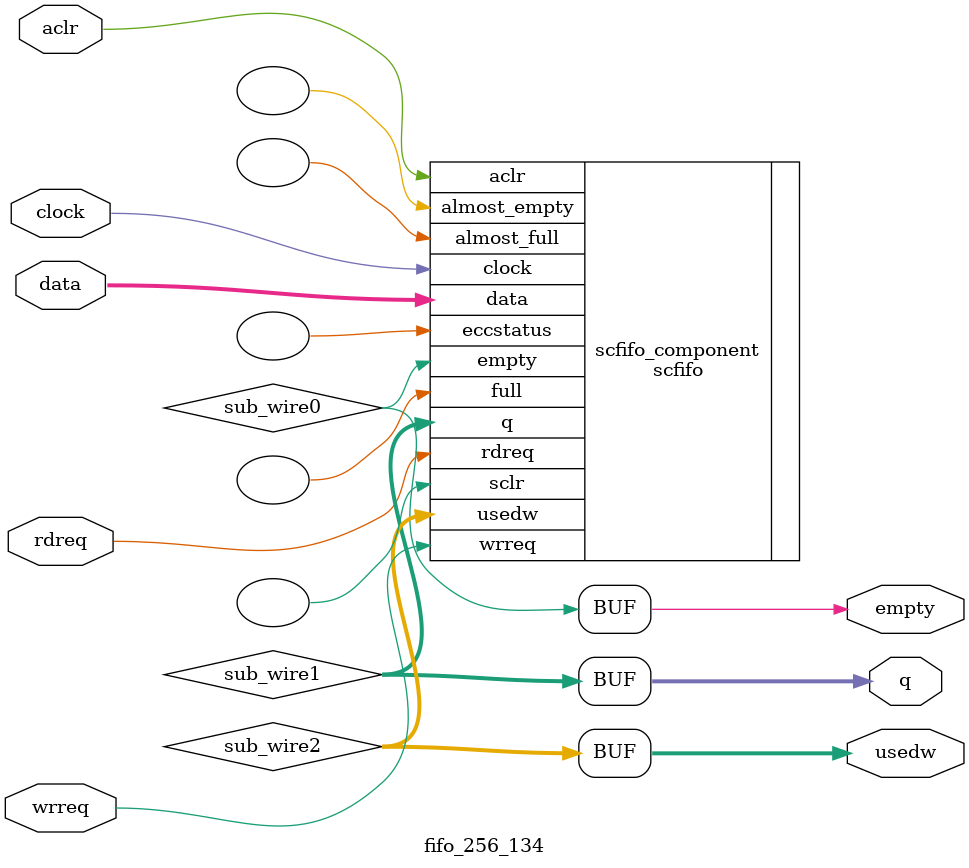
<source format=v>
module fifo_256_134 (
	aclr,
	clock,
	data,
	rdreq,
	wrreq,
	empty,
	q,
	usedw);
	input	  aclr;
	input	  clock;
	input	[133:0]  data;
	input	  rdreq;
	input	  wrreq;
	output	  empty;
	output	[133:0]  q;
	output	[7:0]  usedw;
	wire  sub_wire0;
	wire [133:0] sub_wire1;
	wire [7:0] sub_wire2;
	wire  empty = sub_wire0;
	wire [133:0] q = sub_wire1[133:0];
	wire [7:0] usedw = sub_wire2[7:0];
	scfifo	scfifo_component (
				.aclr (aclr),
				.clock (clock),
				.data (data),
				.rdreq (rdreq),
				.wrreq (wrreq),
				.empty (sub_wire0),
				.q (sub_wire1),
				.usedw (sub_wire2),
				.almost_empty (),
				.almost_full (),
				.eccstatus (),
				.full (),
				.sclr ());
	defparam
		scfifo_component.add_ram_output_register = "ON",
		scfifo_component.intended_device_family = "Stratix V",
		scfifo_component.lpm_numwords = 256,
		scfifo_component.lpm_showahead = "ON",
		scfifo_component.lpm_type = "scfifo",
		scfifo_component.lpm_width = 134,
		scfifo_component.lpm_widthu = 8,
		scfifo_component.overflow_checking = "OFF",
		scfifo_component.underflow_checking = "OFF",
		scfifo_component.use_eab = "ON";
endmodule
</source>
